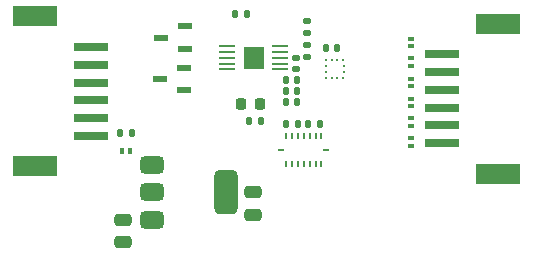
<source format=gbr>
%TF.GenerationSoftware,KiCad,Pcbnew,8.0.7*%
%TF.CreationDate,2024-12-18T22:04:57+01:00*%
%TF.ProjectId,Xplore ERC IMU,58706c6f-7265-4204-9552-4320494d552e,rev?*%
%TF.SameCoordinates,Original*%
%TF.FileFunction,Paste,Top*%
%TF.FilePolarity,Positive*%
%FSLAX46Y46*%
G04 Gerber Fmt 4.6, Leading zero omitted, Abs format (unit mm)*
G04 Created by KiCad (PCBNEW 8.0.7) date 2024-12-18 22:04:57*
%MOMM*%
%LPD*%
G01*
G04 APERTURE LIST*
G04 Aperture macros list*
%AMRoundRect*
0 Rectangle with rounded corners*
0 $1 Rounding radius*
0 $2 $3 $4 $5 $6 $7 $8 $9 X,Y pos of 4 corners*
0 Add a 4 corners polygon primitive as box body*
4,1,4,$2,$3,$4,$5,$6,$7,$8,$9,$2,$3,0*
0 Add four circle primitives for the rounded corners*
1,1,$1+$1,$2,$3*
1,1,$1+$1,$4,$5*
1,1,$1+$1,$6,$7*
1,1,$1+$1,$8,$9*
0 Add four rect primitives between the rounded corners*
20,1,$1+$1,$2,$3,$4,$5,0*
20,1,$1+$1,$4,$5,$6,$7,0*
20,1,$1+$1,$6,$7,$8,$9,0*
20,1,$1+$1,$8,$9,$2,$3,0*%
G04 Aperture macros list end*
%ADD10R,0.304800X0.558800*%
%ADD11RoundRect,0.140000X0.140000X0.170000X-0.140000X0.170000X-0.140000X-0.170000X0.140000X-0.170000X0*%
%ADD12R,0.558800X0.304800*%
%ADD13R,1.168400X0.533400*%
%ADD14RoundRect,0.140000X-0.170000X0.140000X-0.170000X-0.140000X0.170000X-0.140000X0.170000X0.140000X0*%
%ADD15R,2.899999X0.800000*%
%ADD16R,3.800000X1.800000*%
%ADD17RoundRect,0.375000X-0.625000X-0.375000X0.625000X-0.375000X0.625000X0.375000X-0.625000X0.375000X0*%
%ADD18RoundRect,0.500000X-0.500000X-1.400000X0.500000X-1.400000X0.500000X1.400000X-0.500000X1.400000X0*%
%ADD19RoundRect,0.250000X-0.475000X0.250000X-0.475000X-0.250000X0.475000X-0.250000X0.475000X0.250000X0*%
%ADD20R,0.250000X0.475000*%
%ADD21R,0.475000X0.250000*%
%ADD22RoundRect,0.135000X0.135000X0.185000X-0.135000X0.185000X-0.135000X-0.185000X0.135000X-0.185000X0*%
%ADD23RoundRect,0.218750X-0.218750X-0.256250X0.218750X-0.256250X0.218750X0.256250X-0.218750X0.256250X0*%
%ADD24R,0.250000X0.275000*%
%ADD25RoundRect,0.140000X-0.140000X-0.170000X0.140000X-0.170000X0.140000X0.170000X-0.140000X0.170000X0*%
%ADD26RoundRect,0.135000X0.185000X-0.135000X0.185000X0.135000X-0.185000X0.135000X-0.185000X-0.135000X0*%
%ADD27R,1.327899X0.279400*%
%ADD28R,1.778000X1.981200*%
G04 APERTURE END LIST*
D10*
%TO.C,U5*%
X129652401Y-109000000D03*
X130347599Y-109000000D03*
%TD*%
D11*
%TO.C,C4*%
X144486128Y-104863407D03*
X143526128Y-104863407D03*
%TD*%
D12*
%TO.C,CR3*%
X154150000Y-108535000D03*
X154150000Y-107900000D03*
%TD*%
%TO.C,CR5*%
X154150000Y-105185000D03*
X154150000Y-104550000D03*
%TD*%
D13*
%TO.C,CR1*%
X134940446Y-103850996D03*
X134940446Y-101950994D03*
X132908446Y-102900995D03*
%TD*%
D11*
%TO.C,C1*%
X144539756Y-106690000D03*
X143579756Y-106690000D03*
%TD*%
D14*
%TO.C,C6*%
X144392352Y-101119971D03*
X144392352Y-102079971D03*
%TD*%
D15*
%TO.C,J2*%
X127000000Y-107704000D03*
X127000000Y-101704000D03*
X127000000Y-103203999D03*
X127000000Y-104704001D03*
X127000000Y-106204001D03*
X127000000Y-100204000D03*
D16*
X122299999Y-97604005D03*
X122299999Y-110303995D03*
%TD*%
D17*
%TO.C,U4*%
X132180000Y-110200000D03*
X132180000Y-112500000D03*
D18*
X138480000Y-112500000D03*
D17*
X132180000Y-114800000D03*
%TD*%
D12*
%TO.C,CR6*%
X154150000Y-103517500D03*
X154150000Y-102882500D03*
%TD*%
D19*
%TO.C,C11*%
X140750000Y-112500000D03*
X140750000Y-114400000D03*
%TD*%
D12*
%TO.C,CR8*%
X154150000Y-100117500D03*
X154150000Y-99482500D03*
%TD*%
D20*
%TO.C,U2*%
X143545000Y-107735000D03*
X144045000Y-107735000D03*
X144545000Y-107735000D03*
X145045000Y-107735000D03*
X145545000Y-107735000D03*
X146045000Y-107735000D03*
X146545000Y-107735000D03*
D21*
X146960000Y-108900000D03*
D20*
X146545000Y-110065000D03*
X146045000Y-110065000D03*
X145545000Y-110065000D03*
X145045000Y-110065000D03*
X144545000Y-110065000D03*
X144045000Y-110065000D03*
X143545000Y-110065000D03*
D21*
X143130000Y-108900000D03*
%TD*%
D22*
%TO.C,R8*%
X141410000Y-106450000D03*
X140390000Y-106450000D03*
%TD*%
D23*
%TO.C,D1*%
X139762500Y-105050000D03*
X141337500Y-105050000D03*
%TD*%
D15*
%TO.C,J1*%
X156770000Y-108320000D03*
X156770000Y-106820000D03*
X156770000Y-105320001D03*
X156770000Y-103819999D03*
X156770000Y-102319999D03*
X156770000Y-100820000D03*
D16*
X161470001Y-110919995D03*
X161470001Y-98220005D03*
%TD*%
D24*
%TO.C,U1*%
X148400000Y-101287500D03*
X147900000Y-101287500D03*
X147400000Y-101287500D03*
X146900000Y-101287500D03*
X146887500Y-101800000D03*
X146887500Y-102300000D03*
X146900000Y-102812500D03*
X147400000Y-102812500D03*
X147900000Y-102812500D03*
X148400000Y-102812500D03*
X148412500Y-102300000D03*
X148412500Y-101800000D03*
%TD*%
D13*
%TO.C,CR2*%
X134962346Y-100340996D03*
X134962346Y-98440994D03*
X132930346Y-99390995D03*
%TD*%
D25*
%TO.C,C7*%
X143530000Y-102990000D03*
X144490000Y-102990000D03*
%TD*%
D22*
%TO.C,R2*%
X140260000Y-97400000D03*
X139240000Y-97400000D03*
%TD*%
D25*
%TO.C,C2*%
X145420000Y-106670000D03*
X146380000Y-106670000D03*
%TD*%
%TO.C,C5*%
X146900000Y-100250000D03*
X147860000Y-100250000D03*
%TD*%
D11*
%TO.C,C3*%
X144491128Y-103913407D03*
X143531128Y-103913407D03*
%TD*%
D26*
%TO.C,R6*%
X145326518Y-99020000D03*
X145326518Y-98000000D03*
%TD*%
D11*
%TO.C,C12*%
X130480000Y-107500000D03*
X129520000Y-107500000D03*
%TD*%
D27*
%TO.C,U3*%
X138578629Y-100085993D03*
X138578629Y-100585995D03*
X138578629Y-101085994D03*
X138578629Y-101585993D03*
X138578629Y-102085995D03*
X143005325Y-102085995D03*
X143005325Y-101585993D03*
X143005325Y-101085994D03*
X143005325Y-100585995D03*
X143005325Y-100085993D03*
D28*
X140791977Y-101085994D03*
%TD*%
D19*
%TO.C,C10*%
X129750000Y-114800000D03*
X129750000Y-116700000D03*
%TD*%
D12*
%TO.C,CR7*%
X154150000Y-101785000D03*
X154150000Y-101150000D03*
%TD*%
%TO.C,CR4*%
X154150000Y-106850000D03*
X154150000Y-106215000D03*
%TD*%
D26*
%TO.C,R5*%
X145330000Y-101060000D03*
X145330000Y-100040000D03*
%TD*%
M02*

</source>
